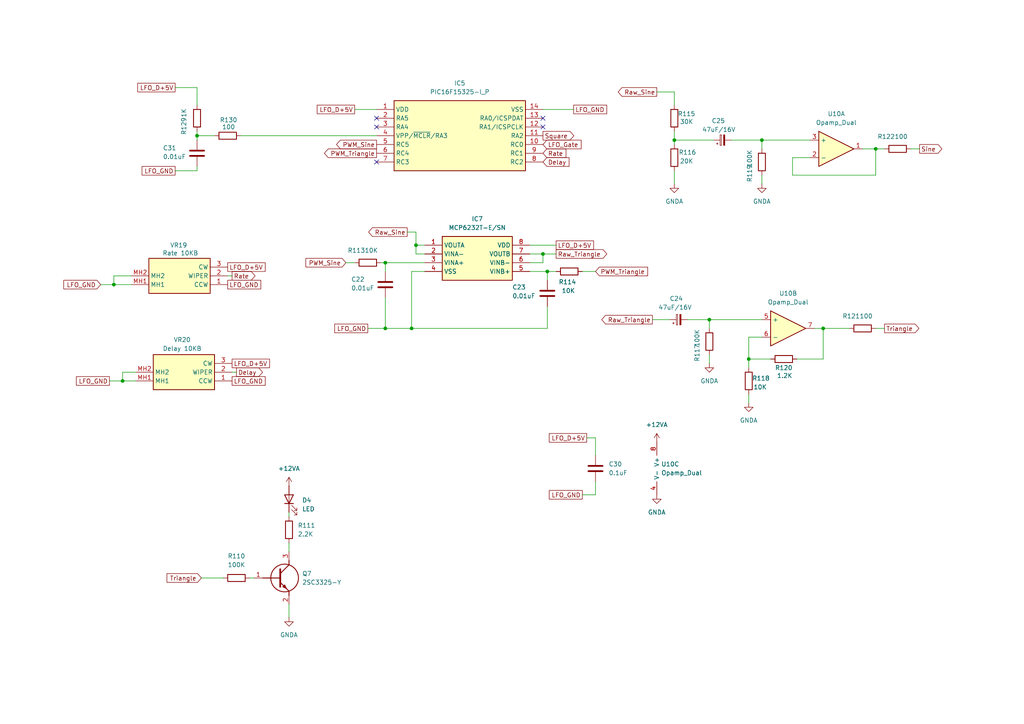
<source format=kicad_sch>
(kicad_sch (version 20250114) (generator "eeschema") (generator_version "9.0")
  (paper "A4")
  (lib_symbols
    (symbol "Device:C" (pin_numbers (hide yes)) (pin_names (offset 0.254))
      (property "Reference" "C" (at 0.635 2.54 0))
      (property "Value" "C" (at 0.635 -2.54 0))
      (symbol "C_0_1"
        (polyline (pts (xy -2.032 0.762) (xy 2.032 0.762)) (stroke (width 0.508)))
        (polyline (pts (xy -2.032 -0.762) (xy 2.032 -0.762)) (stroke (width 0.508)))
      )
      (symbol "C_1_1"
        (pin passive line (at 0 3.81 270) (length 2.794) (name "~") (number "1"))
        (pin passive line (at 0 -3.81 90) (length 2.794) (name "~") (number "2"))
      )
    )
    (symbol "Device:C_Polarized_Small" (pin_numbers (hide yes)) (pin_names (offset 0.254) (hide yes))
      (property "Reference" "C" (at 0.254 1.778 0))
      (property "Value" "C_Polarized_Small" (at 0.254 -2.032 0))
      (symbol "C_Polarized_Small_0_1"
        (rectangle (start -1.524 0.6858) (end 1.524 0.3048))
        (rectangle (start -1.524 -0.3048) (end 1.524 -0.6858) (fill (type outline)))
        (polyline (pts (xy -1.27 1.524) (xy -0.762 1.524)))
        (polyline (pts (xy -1.016 1.27) (xy -1.016 1.778)))
      )
      (symbol "C_Polarized_Small_1_1"
        (pin passive line (at 0 2.54 270) (length 1.8542) (name "~") (number "1"))
        (pin passive line (at 0 -2.54 90) (length 1.8542) (name "~") (number "2"))
      )
    )
    (symbol "Device:LED" (pin_numbers (hide yes)) (pin_names (offset 1.016) (hide yes))
      (property "Reference" "D" (at 0 2.54 0))
      (property "Value" "LED" (at 0 -2.54 0))
      (symbol "LED_0_1"
        (polyline (pts (xy -3.048 -0.762) (xy -4.572 -2.286) (xy -3.81 -2.286) (xy -4.572 -2.286) (xy -4.572 -1.524)))
        (polyline (pts (xy -1.778 -0.762) (xy -3.302 -2.286) (xy -2.54 -2.286) (xy -3.302 -2.286) (xy -3.302 -1.524)))
        (polyline (pts (xy -1.27 0) (xy 1.27 0)))
        (polyline (pts (xy -1.27 -1.27) (xy -1.27 1.27)) (stroke (width 0.254)))
        (polyline (pts (xy 1.27 -1.27) (xy 1.27 1.27) (xy -1.27 0) (xy 1.27 -1.27)) (stroke (width 0.254)))
      )
      (symbol "LED_1_1"
        (pin passive line (at -3.81 0 0) (length 2.54) (name "K") (number "1"))
        (pin passive line (at 3.81 0 180) (length 2.54) (name "A") (number "2"))
      )
    )
    (symbol "Device:R" (pin_numbers (hide yes)) (pin_names (offset 0))
      (property "Reference" "R" (at 2.032 0 90))
      (property "Value" "R" (at 0 0 90))
      (symbol "R_0_1"
        (rectangle (start -1.016 -2.54) (end 1.016 2.54) (stroke (width 0.254)))
      )
      (symbol "R_1_1"
        (pin passive line (at 0 3.81 270) (length 1.27) (name "~") (number "1"))
        (pin passive line (at 0 -3.81 90) (length 1.27) (name "~") (number "2"))
      )
    )
    (symbol "Opamp_Dual_1"
      (property "Reference" "U" (at 0 5.08 0))
      (property "Value" "Opamp_Dual" (at 0 -5.08 0))
      (symbol "Opamp_Dual_1_1_1"
        (polyline (pts (xy -5.08 5.08) (xy 5.08 0) (xy -5.08 -5.08) (xy -5.08 5.08)) (stroke (width 0.254)) (fill (type background)))
        (pin input line (at -7.62 2.54 0) (length 2.54) (name "+") (number "3"))
        (pin input line (at -7.62 -2.54 0) (length 2.54) (name "-") (number "2"))
        (pin output line (at 7.62 0 180) (length 2.54) (name "~") (number "1"))
      )
      (symbol "Opamp_Dual_1_2_1"
        (polyline (pts (xy -5.08 5.08) (xy 5.08 0) (xy -5.08 -5.08) (xy -5.08 5.08)) (stroke (width 0.254)) (fill (type background)))
        (pin input line (at -7.62 2.54 0) (length 2.54) (name "+") (number "5"))
        (pin input line (at -7.62 -2.54 0) (length 2.54) (name "-") (number "6"))
        (pin output line (at 7.62 0 180) (length 2.54) (name "~") (number "7"))
      )
      (symbol "Opamp_Dual_1_3_1"
        (pin power_in line (at -2.54 7.62 270) (length 3.81) (name "V+") (number "8"))
        (pin power_in line (at -2.54 -7.62 90) (length 3.81) (name "V-") (number "4"))
      )
    )
    (symbol "SamacSys_Parts:2SC3325-Y" (pin_names (hide yes))
      (property "Reference" "Q" (at 13.97 1.27 0))
      (property "Value" "2SC3325-Y" (at 13.97 -1.27 0))
      (symbol "2SC3325-Y_1_1"
        (polyline (pts (xy 2.54 0) (xy 7.62 0)) (stroke (width 0.254)))
        (polyline (pts (xy 7.62 2.54) (xy 7.62 -2.54)) (stroke (width 0.508)))
        (polyline (pts (xy 7.62 1.27) (xy 10.16 3.81)) (stroke (width 0.254)))
        (polyline (pts (xy 7.62 -1.27) (xy 10.16 -3.81)) (stroke (width 0.254)))
        (polyline (pts (xy 8.382 -2.54) (xy 8.89 -2.032) (xy 9.398 -3.048) (xy 8.382 -2.54)) (stroke (width 0.254)) (fill (type outline)))
        (circle (center 8.89 0) (radius 4.016) (stroke (width 0.254)))
        (polyline (pts (xy 10.16 3.81) (xy 10.16 5.08)) (stroke (width 0.254)))
        (polyline (pts (xy 10.16 -3.81) (xy 10.16 -5.08)) (stroke (width 0.254)))
        (pin passive line (at 0 0 0) (length 2.54) (name "B") (number "1"))
        (pin passive line (at 10.16 7.62 270) (length 2.54) (name "C") (number "3"))
        (pin passive line (at 10.16 -7.62 90) (length 2.54) (name "E") (number "2"))
      )
    )
    (symbol "SamacSys_Parts:MCP6232-E_P"
      (property "Reference" "IC" (at 26.67 7.62 0))
      (property "Value" "MCP6232-E_P" (at 26.67 5.08 0))
      (symbol "MCP6232-E_P_1_1"
        (rectangle (start 5.08 2.54) (end 25.4 -10.16) (stroke (width 0.254)) (fill (type background)))
        (pin passive line (at 0 0 0) (length 5.08) (name "VOUTA") (number "1"))
        (pin passive line (at 0 -2.54 0) (length 5.08) (name "VINA-") (number "2"))
        (pin passive line (at 0 -5.08 0) (length 5.08) (name "VINA+") (number "3"))
        (pin passive line (at 0 -7.62 0) (length 5.08) (name "VSS") (number "4"))
        (pin passive line (at 30.48 0 180) (length 5.08) (name "VDD") (number "8"))
        (pin passive line (at 30.48 -2.54 180) (length 5.08) (name "VOUTB") (number "7"))
        (pin passive line (at 30.48 -5.08 180) (length 5.08) (name "VINB-") (number "6"))
        (pin passive line (at 30.48 -7.62 180) (length 5.08) (name "VINB+") (number "5"))
      )
    )
    (symbol "SamacSys_Parts:PIC16F15325-I_P"
      (property "Reference" "IC" (at 44.45 7.62 0))
      (property "Value" "PIC16F15325-I_P" (at 44.45 5.08 0))
      (symbol "PIC16F15325-I_P_1_1"
        (rectangle (start 5.08 2.54) (end 43.18 -17.78) (stroke (width 0.254)) (fill (type background)))
        (pin passive line (at 0 0 0) (length 5.08) (name "VDD") (number "1"))
        (pin passive line (at 0 -2.54 0) (length 5.08) (name "RA5") (number "2"))
        (pin passive line (at 0 -5.08 0) (length 5.08) (name "RA4") (number "3"))
        (pin passive line (at 0 -7.62 0) (length 5.08) (name "VPP/~{MCLR}/RA3") (number "4"))
        (pin passive line (at 0 -10.16 0) (length 5.08) (name "RC5") (number "5"))
        (pin passive line (at 0 -12.7 0) (length 5.08) (name "RC4") (number "6"))
        (pin passive line (at 0 -15.24 0) (length 5.08) (name "RC3") (number "7"))
        (pin passive line (at 48.26 0 180) (length 5.08) (name "VSS") (number "14"))
        (pin passive line (at 48.26 -2.54 180) (length 5.08) (name "RA0/ICSPDAT") (number "13"))
        (pin passive line (at 48.26 -5.08 180) (length 5.08) (name "RA1/ICSPCLK") (number "12"))
        (pin passive line (at 48.26 -7.62 180) (length 5.08) (name "RA2") (number "11"))
        (pin passive line (at 48.26 -10.16 180) (length 5.08) (name "RC0") (number "10"))
        (pin passive line (at 48.26 -12.7 180) (length 5.08) (name "RC1") (number "9"))
        (pin passive line (at 48.26 -15.24 180) (length 5.08) (name "RC2") (number "8"))
      )
    )
    (symbol "SamacSys_Parts:RK09D117000B"
      (property "Reference" "VR" (at 24.13 7.62 0))
      (property "Value" "RK09D117000B" (at 24.13 5.08 0))
      (symbol "RK09D117000B_1_1"
        (rectangle (start 5.08 2.54) (end 22.86 -7.62) (stroke (width 0.254)) (fill (type background)))
        (pin passive line (at 0 0 0) (length 5.08) (name "CCW") (number "1"))
        (pin passive line (at 0 -2.54 0) (length 5.08) (name "WIPER") (number "2"))
        (pin passive line (at 0 -5.08 0) (length 5.08) (name "CW") (number "3"))
        (pin passive line (at 27.94 0 180) (length 5.08) (name "MH1") (number "MH1"))
        (pin passive line (at 27.94 -2.54 180) (length 5.08) (name "MH2") (number "MH2"))
      )
    )
    (symbol "power:+12VA" (power) (pin_numbers (hide yes)) (pin_names (offset 0) (hide yes))
      (property "Value" "+12VA" (at 0 3.556 0))
      (symbol "+12VA_0_1"
        (polyline (pts (xy -0.762 1.27) (xy 0 2.54)))
        (polyline (pts (xy 0 2.54) (xy 0.762 1.27)))
        (polyline (pts (xy 0 0) (xy 0 2.54)))
      )
      (symbol "+12VA_1_1"
        (pin power_in line (at 0 0 90) (length 0) (name "~") (number "1"))
      )
    )
    (symbol "power:GNDA" (power) (pin_numbers (hide yes)) (pin_names (offset 0) (hide yes))
      (property "Value" "GNDA" (at 0 -3.81 0))
      (symbol "GNDA_0_1"
        (polyline (pts (xy 0 0) (xy 0 -1.27) (xy 1.27 -1.27) (xy 0 -2.54) (xy -1.27 -1.27) (xy 0 -1.27)))
      )
      (symbol "GNDA_1_1"
        (pin power_in line (at 0 0 270) (length 0) (name "~") (number "1"))
      )
    )
  )
  (junction (at 119.38 95.25))
  (junction (at 220.98 40.64))
  (junction (at 33.02 82.55))
  (junction (at 120.65 71.12))
  (junction (at 195.58 40.64))
  (junction (at 254 43.18))
  (junction (at 217.17 104.14))
  (junction (at 57.15 39.37))
  (junction (at 111.76 76.2))
  (junction (at 111.76 95.25))
  (junction (at 238.76 95.25))
  (junction (at 205.74 92.71))
  (junction (at 157.48 73.66))
  (junction (at 35.56 110.49))
  (junction (at 158.75 78.74))
  (no_connect (at 109.22 46.99))
  (no_connect (at 109.22 34.29))
  (no_connect (at 157.48 36.83))
  (no_connect (at 109.22 36.83))
  (no_connect (at 157.48 34.29))
  (wire (pts (xy 50.8 49.53) (xy 57.15 49.53)))
  (wire (pts (xy 102.87 31.75) (xy 109.22 31.75)))
  (wire (pts (xy 67.31 80.01) (xy 66.04 80.01)))
  (wire (pts (xy 153.67 71.12) (xy 161.29 71.12)))
  (wire (pts (xy 57.15 39.37) (xy 57.15 40.64)))
  (wire (pts (xy 111.76 95.25) (xy 106.68 95.25)))
  (wire (pts (xy 205.74 92.71) (xy 220.98 92.71)))
  (wire (pts (xy 195.58 49.53) (xy 195.58 53.34)))
  (wire (pts (xy 50.8 25.4) (xy 57.15 25.4)))
  (wire (pts (xy 238.76 95.25) (xy 246.38 95.25)))
  (wire (pts (xy 250.19 43.18) (xy 254 43.18)))
  (wire (pts (xy 38.1 80.01) (xy 33.02 80.01)))
  (wire (pts (xy 220.98 40.64) (xy 220.98 43.18)))
  (wire (pts (xy 57.15 39.37) (xy 62.23 39.37)))
  (wire (pts (xy 172.72 127) (xy 172.72 132.08)))
  (wire (pts (xy 199.39 92.71) (xy 205.74 92.71)))
  (wire (pts (xy 220.98 40.64) (xy 234.95 40.64)))
  (wire (pts (xy 220.98 97.79) (xy 217.17 97.79)))
  (wire (pts (xy 205.74 92.71) (xy 205.74 95.25)))
  (wire (pts (xy 57.15 49.53) (xy 57.15 48.26)))
  (wire (pts (xy 157.48 73.66) (xy 157.48 76.2)))
  (wire (pts (xy 229.87 50.8) (xy 254 50.8)))
  (wire (pts (xy 234.95 45.72) (xy 229.87 45.72)))
  (wire (pts (xy 212.09 40.64) (xy 220.98 40.64)))
  (wire (pts (xy 111.76 76.2) (xy 123.19 76.2)))
  (wire (pts (xy 69.85 39.37) (xy 109.22 39.37)))
  (wire (pts (xy 83.82 179.07) (xy 83.82 175.26)))
  (wire (pts (xy 111.76 86.36) (xy 111.76 95.25)))
  (wire (pts (xy 83.82 148.59) (xy 83.82 149.86)))
  (wire (pts (xy 254 50.8) (xy 254 43.18)))
  (wire (pts (xy 195.58 26.67) (xy 195.58 30.48)))
  (wire (pts (xy 120.65 71.12) (xy 120.65 67.31)))
  (wire (pts (xy 217.17 97.79) (xy 217.17 104.14)))
  (wire (pts (xy 220.98 50.8) (xy 220.98 53.34)))
  (wire (pts (xy 190.5 26.67) (xy 195.58 26.67)))
  (wire (pts (xy 35.56 107.95) (xy 35.56 110.49)))
  (wire (pts (xy 217.17 104.14) (xy 217.17 106.68)))
  (wire (pts (xy 158.75 78.74) (xy 161.29 78.74)))
  (wire (pts (xy 264.16 43.18) (xy 266.7 43.18)))
  (wire (pts (xy 72.39 167.64) (xy 73.66 167.64)))
  (wire (pts (xy 38.1 82.55) (xy 33.02 82.55)))
  (wire (pts (xy 254 43.18) (xy 256.54 43.18)))
  (wire (pts (xy 110.49 76.2) (xy 111.76 76.2)))
  (wire (pts (xy 120.65 73.66) (xy 120.65 71.12)))
  (wire (pts (xy 111.76 76.2) (xy 111.76 78.74)))
  (wire (pts (xy 157.48 31.75) (xy 166.37 31.75)))
  (wire (pts (xy 83.82 157.48) (xy 83.82 160.02)))
  (wire (pts (xy 123.19 73.66) (xy 120.65 73.66)))
  (wire (pts (xy 195.58 40.64) (xy 195.58 41.91)))
  (wire (pts (xy 153.67 73.66) (xy 157.48 73.66)))
  (wire (pts (xy 33.02 80.01) (xy 33.02 82.55)))
  (wire (pts (xy 100.33 76.2) (xy 102.87 76.2)))
  (wire (pts (xy 170.18 127) (xy 172.72 127)))
  (wire (pts (xy 57.15 38.1) (xy 57.15 39.37)))
  (wire (pts (xy 57.15 25.4) (xy 57.15 30.48)))
  (wire (pts (xy 39.37 110.49) (xy 35.56 110.49)))
  (wire (pts (xy 39.37 107.95) (xy 35.56 107.95)))
  (wire (pts (xy 119.38 78.74) (xy 119.38 95.25)))
  (wire (pts (xy 153.67 78.74) (xy 158.75 78.74)))
  (wire (pts (xy 123.19 78.74) (xy 119.38 78.74)))
  (wire (pts (xy 254 95.25) (xy 256.54 95.25)))
  (wire (pts (xy 189.23 92.71) (xy 194.31 92.71)))
  (wire (pts (xy 195.58 40.64) (xy 207.01 40.64)))
  (wire (pts (xy 157.48 73.66) (xy 161.29 73.66)))
  (wire (pts (xy 158.75 95.25) (xy 119.38 95.25)))
  (wire (pts (xy 158.75 88.9) (xy 158.75 95.25)))
  (wire (pts (xy 58.42 167.64) (xy 64.77 167.64)))
  (wire (pts (xy 168.91 78.74) (xy 172.72 78.74)))
  (wire (pts (xy 172.72 139.7) (xy 172.72 143.51)))
  (wire (pts (xy 217.17 114.3) (xy 217.17 116.84)))
  (wire (pts (xy 205.74 102.87) (xy 205.74 105.41)))
  (wire (pts (xy 68.58 107.95) (xy 67.31 107.95)))
  (wire (pts (xy 120.65 71.12) (xy 123.19 71.12)))
  (wire (pts (xy 231.14 104.14) (xy 238.76 104.14)))
  (wire (pts (xy 120.65 67.31) (xy 118.11 67.31)))
  (wire (pts (xy 157.48 76.2) (xy 153.67 76.2)))
  (wire (pts (xy 238.76 104.14) (xy 238.76 95.25)))
  (wire (pts (xy 172.72 143.51) (xy 168.91 143.51)))
  (wire (pts (xy 229.87 45.72) (xy 229.87 50.8)))
  (wire (pts (xy 111.76 95.25) (xy 119.38 95.25)))
  (wire (pts (xy 158.75 78.74) (xy 158.75 81.28)))
  (wire (pts (xy 195.58 38.1) (xy 195.58 40.64)))
  (wire (pts (xy 29.21 82.55) (xy 33.02 82.55)))
  (wire (pts (xy 236.22 95.25) (xy 238.76 95.25)))
  (wire (pts (xy 31.75 110.49) (xy 35.56 110.49)))
  (wire (pts (xy 223.52 104.14) (xy 217.17 104.14)))
  (global_label "LFO_GND" (shape passive) (at 50.8 49.53 180) (property "Intersheetrefs" "${INTERSHEET_REFS}" (effects (hide yes))))
  (global_label "LFO_GND" (shape passive) (at 106.68 95.25 180) (property "Intersheetrefs" "${INTERSHEET_REFS}" (effects (hide yes))))
  (global_label "LFO_GND" (shape passive) (at 166.37 31.75 0) (property "Intersheetrefs" "${INTERSHEET_REFS}" (effects (hide yes))))
  (global_label "LFO_D+5V" (shape passive) (at 102.87 31.75 180) (property "Intersheetrefs" "${INTERSHEET_REFS}" (effects (hide yes))))
  (global_label "Square" (shape output) (at 157.48 39.37 0) (property "Intersheetrefs" "${INTERSHEET_REFS}" (effects (hide yes))))
  (global_label "LFO_D+5V" (shape passive) (at 50.8 25.4 180) (property "Intersheetrefs" "${INTERSHEET_REFS}" (effects (hide yes))))
  (global_label "LFO_GND" (shape passive) (at 66.04 82.55 0) (property "Intersheetrefs" "${INTERSHEET_REFS}" (effects (hide yes))))
  (global_label "LFO_GND" (shape passive) (at 67.31 110.49 0) (property "Intersheetrefs" "${INTERSHEET_REFS}" (effects (hide yes))))
  (global_label "PWM_Sine" (shape input) (at 100.33 76.2 180) (property "Intersheetrefs" "${INTERSHEET_REFS}" (effects (hide yes))))
  (global_label "Delay" (shape output) (at 68.58 107.95 0) (property "Intersheetrefs" "${INTERSHEET_REFS}" (effects (hide yes))))
  (global_label "Raw_Sine" (shape output) (at 118.11 67.31 180) (property "Intersheetrefs" "${INTERSHEET_REFS}" (effects (hide yes))))
  (global_label "Raw_Sine" (shape output) (at 190.5 26.67 180) (property "Intersheetrefs" "${INTERSHEET_REFS}" (effects (hide yes))))
  (global_label "LFO_GND" (shape passive) (at 168.91 143.51 180) (property "Intersheetrefs" "${INTERSHEET_REFS}" (effects (hide yes))))
  (global_label "Triangle" (shape input) (at 58.42 167.64 180) (property "Intersheetrefs" "${INTERSHEET_REFS}" (effects (hide yes))))
  (global_label "PWM_Triangle" (shape output) (at 109.22 44.45 180) (property "Intersheetrefs" "${INTERSHEET_REFS}" (effects (hide yes))))
  (global_label "LFO_GND" (shape input) (at 29.21 82.55 180) (property "Intersheetrefs" "${INTERSHEET_REFS}" (effects (hide yes))))
  (global_label "LFO_GND" (shape passive) (at 31.75 110.49 180) (property "Intersheetrefs" "${INTERSHEET_REFS}" (effects (hide yes))))
  (global_label "Raw_Triangle" (shape output) (at 161.29 73.66 0) (property "Intersheetrefs" "${INTERSHEET_REFS}" (effects (hide yes))))
  (global_label "Triangle" (shape output) (at 256.54 95.25 0) (property "Intersheetrefs" "${INTERSHEET_REFS}" (effects (hide yes))))
  (global_label "Rate" (shape input) (at 157.48 44.45 0) (property "Intersheetrefs" "${INTERSHEET_REFS}" (effects (hide yes))))
  (global_label "LFO_D+5V" (shape passive) (at 161.29 71.12 0) (property "Intersheetrefs" "${INTERSHEET_REFS}" (effects (hide yes))))
  (global_label "LFO_D+5V" (shape passive) (at 67.31 105.41 0) (property "Intersheetrefs" "${INTERSHEET_REFS}" (effects (hide yes))))
  (global_label "Raw_Triangle" (shape output) (at 189.23 92.71 180) (property "Intersheetrefs" "${INTERSHEET_REFS}" (effects (hide yes))))
  (global_label "LFO_Gate" (shape input) (at 157.48 41.91 0) (property "Intersheetrefs" "${INTERSHEET_REFS}" (effects (hide yes))))
  (global_label "PWM_Triangle" (shape input) (at 172.72 78.74 0) (property "Intersheetrefs" "${INTERSHEET_REFS}" (effects (hide yes))))
  (global_label "LFO_D+5V" (shape passive) (at 170.18 127 180) (property "Intersheetrefs" "${INTERSHEET_REFS}" (effects (hide yes))))
  (global_label "Rate" (shape output) (at 67.31 80.01 0) (property "Intersheetrefs" "${INTERSHEET_REFS}" (effects (hide yes))))
  (global_label "Sine" (shape output) (at 266.7 43.18 0) (property "Intersheetrefs" "${INTERSHEET_REFS}" (effects (hide yes))))
  (global_label "LFO_D+5V" (shape passive) (at 66.04 77.47 0) (property "Intersheetrefs" "${INTERSHEET_REFS}" (effects (hide yes))))
  (global_label "PWM_Sine" (shape output) (at 109.22 41.91 180) (property "Intersheetrefs" "${INTERSHEET_REFS}" (effects (hide yes))))
  (global_label "Delay" (shape input) (at 157.48 46.99 0) (property "Intersheetrefs" "${INTERSHEET_REFS}" (effects (hide yes))))
  (symbol (lib_name "Opamp_Dual_1") (lib_id "Device:Opamp_Dual") (at 193.04 135.89 0) (unit 3)
    (property "Reference" "U10" (at 191.77 134.6199 0) (effects (justify left)))
    (property "Value" "Opamp_Dual" (at 191.77 137.1599 0) (effects (justify left)))
    (property "Footprint" "Package_SO:SOIC-8_3.9x4.9mm_P1.27mm" (effects (hide yes)))
    (property "Description" "Dual operational amplifier" (effects (hide yes)))
    (property "Sim.Library" "${KICAD9_SYMBOL_DIR}/Simulation_SPICE.sp" (effects (hide yes)))
    (property "Sim.Name" "kicad_builtin_opamp_dual" (effects (hide yes)))
    (property "Sim.Device" "SUBCKT" (effects (hide yes)))
    (property "Sim.Pins" "1=out1 2=in1- 3=in1+ 4=vee 5=in2+ 6=in2- 7=out2 8=vcc" (effects (hide yes)))
  )
  (symbol (lib_id "Device:C") (at 172.72 135.89 0) (unit 1)
    (property "Reference" "C30" (at 176.53 134.6199 0) (effects (justify left)))
    (property "Value" "0.1uF" (at 176.53 137.1599 0) (effects (justify left)))
    (property "Footprint" "Capacitor_SMD:C_0805_2012Metric_Pad1.18x1.45mm_HandSolder" (effects (hide yes)))
    (property "Description" "Unpolarized capacitor" (effects (hide yes)))
  )
  (symbol (lib_id "power:+12VA") (at 190.5 128.27 0) (unit 1)
    (property "Reference" "#PWR0144" (effects (hide yes)))
    (property "Value" "+12VA" (at 190.5 123.19 0))
    (property "Description" "Power symbol creates a global label with name \"+12VA\"" (effects (hide yes)))
  )
  (symbol (lib_id "Device:R") (at 57.15 34.29 0) (unit 1)
    (property "Reference" "R129" (at 53.34 36.576 90))
    (property "Value" "1K" (at 53.34 32.766 90))
    (property "Footprint" "Resistor_THT:R_Axial_DIN0204_L3.6mm_D1.6mm_P2.54mm_Vertical" (effects (hide yes)))
    (property "Description" "Resistor" (effects (hide yes)))
  )
  (symbol (lib_id "Device:R") (at 227.33 104.14 90) (unit 1)
    (property "Reference" "R120" (at 227.33 106.68 90))
    (property "Value" "1.2K" (at 227.584 108.966 90))
    (property "Footprint" "Resistor_THT:R_Axial_DIN0204_L3.6mm_D1.6mm_P2.54mm_Vertical" (effects (hide yes)))
    (property "Description" "Resistor" (effects (hide yes)))
  )
  (symbol (lib_name "Opamp_Dual_1") (lib_id "Device:Opamp_Dual") (at 242.57 43.18 0) (unit 1)
    (property "Reference" "U10" (at 242.57 33.02 0))
    (property "Value" "Opamp_Dual" (at 242.57 35.56 0))
    (property "Footprint" "Package_SO:SOIC-8_3.9x4.9mm_P1.27mm" (effects (hide yes)))
    (property "Description" "Dual operational amplifier" (effects (hide yes)))
    (property "Sim.Library" "${KICAD9_SYMBOL_DIR}/Simulation_SPICE.sp" (effects (hide yes)))
    (property "Sim.Name" "kicad_builtin_opamp_dual" (effects (hide yes)))
    (property "Sim.Device" "SUBCKT" (effects (hide yes)))
    (property "Sim.Pins" "1=out1 2=in1- 3=in1+ 4=vee 5=in2+ 6=in2- 7=out2 8=vcc" (effects (hide yes)))
  )
  (symbol (lib_id "Device:R") (at 260.35 43.18 90) (unit 1)
    (property "Reference" "R122" (at 257.048 39.624 90))
    (property "Value" "100" (at 261.366 39.624 90))
    (property "Footprint" "Resistor_THT:R_Axial_DIN0204_L3.6mm_D1.6mm_P2.54mm_Vertical" (effects (hide yes)))
    (property "Description" "Resistor" (effects (hide yes)))
  )
  (symbol (lib_id "Device:R") (at 68.58 167.64 90) (unit 1)
    (property "Reference" "R110" (at 68.58 161.29 90))
    (property "Value" "100K" (at 68.58 163.83 90))
    (property "Footprint" "Resistor_THT:R_Axial_DIN0207_L6.3mm_D2.5mm_P2.54mm_Vertical" (effects (hide yes)))
    (property "Description" "Resistor" (effects (hide yes)))
  )
  (symbol (lib_id "SamacSys_Parts:RK09D117000B") (at 66.04 82.55 180) (unit 1)
    (property "Reference" "VR19" (at 51.816 71.12 0))
    (property "Value" "Rate 10KB" (at 52.324 73.406 0))
    (property "Footprint" "SamacSys_parts:RK09D117000B" (effects (hide yes)))
    (property "Datasheet" "https://tech.alpsalpine.com/prod/j/html/potentiometer/rotarypotentiometers/rk09k/rk09d117000b.html" (effects (hide yes)))
    (property "Description" "9-inch insulated shaft snap-in type RK09K/RK09D series" (effects (hide yes)))
    (property "Height" "30" (effects (hide yes)))
    (property "Manufacturer_Name" "ALPS Electric" (effects (hide yes)))
    (property "Manufacturer_Part_Number" "RK09D117000B" (effects (hide yes)))
    (property "Mouser Part Number" "688-RK09D117000B" (effects (hide yes)))
    (property "Mouser Price/Stock" "https://www.mouser.co.uk/ProductDetail/Alps-Alpine/RK09D117000B?qs=3cOf6TWd2rbc67829PEbEQ%3D%3D" (effects (hide yes)))
  )
  (symbol (lib_id "Device:R") (at 250.19 95.25 90) (unit 1)
    (property "Reference" "R121" (at 246.888 91.694 90))
    (property "Value" "100" (at 251.206 91.694 90))
    (property "Footprint" "Resistor_THT:R_Axial_DIN0204_L3.6mm_D1.6mm_P2.54mm_Vertical" (effects (hide yes)))
    (property "Description" "Resistor" (effects (hide yes)))
  )
  (symbol (lib_id "Device:R") (at 165.1 78.74 90) (unit 1)
    (property "Reference" "R114" (at 164.592 81.788 90))
    (property "Value" "10K" (at 164.846 84.328 90))
    (property "Footprint" "Resistor_THT:R_Axial_DIN0204_L3.6mm_D1.6mm_P2.54mm_Vertical" (effects (hide yes)))
    (property "Description" "Resistor" (effects (hide yes)))
  )
  (symbol (lib_id "SamacSys_Parts:RK09D117000B") (at 67.31 110.49 180) (unit 1)
    (property "Reference" "VR20" (at 52.832 98.552 0))
    (property "Value" "Delay 10KB" (at 52.832 101.092 0))
    (property "Footprint" "SamacSys_parts:RK09D117000B" (effects (hide yes)))
    (property "Datasheet" "https://tech.alpsalpine.com/prod/j/html/potentiometer/rotarypotentiometers/rk09k/rk09d117000b.html" (effects (hide yes)))
    (property "Description" "9-inch insulated shaft snap-in type RK09K/RK09D series" (effects (hide yes)))
    (property "Height" "30" (effects (hide yes)))
    (property "Manufacturer_Name" "ALPS Electric" (effects (hide yes)))
    (property "Manufacturer_Part_Number" "RK09D117000B" (effects (hide yes)))
    (property "Mouser Part Number" "688-RK09D117000B" (effects (hide yes)))
    (property "Mouser Price/Stock" "https://www.mouser.co.uk/ProductDetail/Alps-Alpine/RK09D117000B?qs=3cOf6TWd2rbc67829PEbEQ%3D%3D" (effects (hide yes)))
  )
  (symbol (lib_id "Device:R") (at 66.04 39.37 270) (unit 1)
    (property "Reference" "R130" (at 66.294 34.798 90))
    (property "Value" "100" (at 66.294 36.83 90))
    (property "Footprint" "Resistor_THT:R_Axial_DIN0204_L3.6mm_D1.6mm_P2.54mm_Vertical" (effects (hide yes)))
    (property "Description" "Resistor" (effects (hide yes)))
  )
  (symbol (lib_id "Device:C") (at 57.15 44.45 0) (unit 1)
    (property "Reference" "C31" (at 47.244 42.926 0) (effects (justify left)))
    (property "Value" "0.01uF" (at 47.244 45.466 0) (effects (justify left)))
    (property "Footprint" "Capacitor_THT:C_Disc_D3.4mm_W2.1mm_P2.50mm" (effects (hide yes)))
    (property "Description" "Unpolarized capacitor" (effects (hide yes)))
  )
  (symbol (lib_id "power:+12VA") (at 83.82 140.97 0) (unit 1)
    (property "Reference" "#PWR0142" (effects (hide yes)))
    (property "Value" "+12VA" (at 83.82 135.89 0))
    (property "Description" "Power symbol creates a global label with name \"+12VA\"" (effects (hide yes)))
  )
  (symbol (lib_id "SamacSys_Parts:2SC3325-Y") (at 73.66 167.64 0) (unit 1)
    (property "Reference" "Q7" (at 87.63 166.3699 0) (effects (justify left)))
    (property "Value" "2SC3325-Y" (at 87.63 168.9099 0) (effects (justify left)))
    (property "Footprint" "SamacSys_parts:2SC3325YLF" (effects (hide yes)))
    (property "Datasheet" "https://toshiba.semicon-storage.com/info/docget.jsp?did=19247&prodName=2SC3325" (effects (hide yes)))
    (property "Description" "Transistor for low frequency small-signal amplification" (effects (hide yes)))
    (property "Height" "1" (effects (hide yes)))
    (property "Manufacturer_Name" "Toshiba" (effects (hide yes)))
    (property "Manufacturer_Part_Number" "2SC3325-Y" (effects (hide yes)))
  )
  (symbol (lib_id "power:GNDA") (at 220.98 53.34 0) (unit 1)
    (property "Reference" "#PWR0157" (effects (hide yes)))
    (property "Value" "GNDA" (at 220.98 58.42 0))
    (property "Description" "Power symbol creates a global label with name \"GNDA\" , analog ground" (effects (hide yes)))
  )
  (symbol (lib_id "Device:R") (at 83.82 153.67 180) (unit 1)
    (property "Reference" "R111" (at 86.36 152.3999 0) (effects (justify right)))
    (property "Value" "2.2K" (at 86.36 154.9399 0) (effects (justify right)))
    (property "Footprint" "Resistor_THT:R_Axial_DIN0204_L3.6mm_D1.6mm_P2.54mm_Vertical" (effects (hide yes)))
    (property "Description" "Resistor" (effects (hide yes)))
  )
  (symbol (lib_name "Opamp_Dual_1") (lib_id "Device:Opamp_Dual") (at 228.6 95.25 0) (unit 2)
    (property "Reference" "U10" (at 228.6 85.09 0))
    (property "Value" "Opamp_Dual" (at 228.6 87.63 0))
    (property "Footprint" "Package_SO:SOIC-8_3.9x4.9mm_P1.27mm" (effects (hide yes)))
    (property "Description" "Dual operational amplifier" (effects (hide yes)))
    (property "Sim.Library" "${KICAD9_SYMBOL_DIR}/Simulation_SPICE.sp" (effects (hide yes)))
    (property "Sim.Name" "kicad_builtin_opamp_dual" (effects (hide yes)))
    (property "Sim.Device" "SUBCKT" (effects (hide yes)))
    (property "Sim.Pins" "1=out1 2=in1- 3=in1+ 4=vee 5=in2+ 6=in2- 7=out2 8=vcc" (effects (hide yes)))
  )
  (symbol (lib_id "Device:R") (at 205.74 99.06 180) (unit 1)
    (property "Reference" "R117" (at 202.184 102.362 90))
    (property "Value" "100K" (at 202.184 98.044 90))
    (property "Footprint" "Resistor_THT:R_Axial_DIN0204_L3.6mm_D1.6mm_P2.54mm_Vertical" (effects (hide yes)))
    (property "Description" "Resistor" (effects (hide yes)))
  )
  (symbol (lib_id "Device:LED") (at 83.82 144.78 90) (unit 1)
    (property "Reference" "D4" (at 87.63 145.0974 90) (effects (justify right)))
    (property "Value" "LED" (at 87.63 147.6374 90) (effects (justify right)))
    (property "Footprint" "LED_THT:LED_D5.0mm" (effects (hide yes)))
    (property "Description" "Light emitting diode" (effects (hide yes)))
    (property "Sim.Pins" "1=K 2=A" (effects (hide yes)))
  )
  (symbol (lib_id "Device:C_Polarized_Small") (at 196.85 92.71 90) (unit 1)
    (property "Reference" "C24" (at 198.12 86.614 90) (effects (justify left)))
    (property "Value" "47uF/16V" (at 200.66 89.154 90) (effects (justify left)))
    (property "Footprint" "Capacitor_THT:CP_Radial_D5.0mm_P2.50mm" (effects (hide yes)))
    (property "Description" "Polarized capacitor, small symbol" (effects (hide yes)))
  )
  (symbol (lib_id "power:GNDA") (at 190.5 143.51 0) (unit 1)
    (property "Reference" "#PWR0145" (effects (hide yes)))
    (property "Value" "GNDA" (at 190.5 148.59 0))
    (property "Description" "Power symbol creates a global label with name \"GNDA\" , analog ground" (effects (hide yes)))
  )
  (symbol (lib_id "Device:R") (at 106.68 76.2 90) (unit 1)
    (property "Reference" "R113" (at 103.378 72.644 90))
    (property "Value" "10K" (at 107.696 72.644 90))
    (property "Footprint" "Resistor_THT:R_Axial_DIN0204_L3.6mm_D1.6mm_P2.54mm_Vertical" (effects (hide yes)))
    (property "Description" "Resistor" (effects (hide yes)))
  )
  (symbol (lib_id "power:GNDA") (at 195.58 53.34 0) (unit 1)
    (property "Reference" "#PWR0154" (effects (hide yes)))
    (property "Value" "GNDA" (at 195.58 58.42 0))
    (property "Description" "Power symbol creates a global label with name \"GNDA\" , analog ground" (effects (hide yes)))
  )
  (symbol (lib_id "Device:R") (at 195.58 34.29 0) (unit 1)
    (property "Reference" "R115" (at 199.136 33.02 0))
    (property "Value" "30K" (at 199.136 35.306 0))
    (property "Footprint" "Resistor_THT:R_Axial_DIN0204_L3.6mm_D1.6mm_P2.54mm_Vertical" (effects (hide yes)))
    (property "Description" "Resistor" (effects (hide yes)))
  )
  (symbol (lib_id "Device:R") (at 217.17 110.49 180) (unit 1)
    (property "Reference" "R118" (at 220.726 109.728 0))
    (property "Value" "10K" (at 220.472 112.268 0))
    (property "Footprint" "Resistor_THT:R_Axial_DIN0204_L3.6mm_D1.6mm_P2.54mm_Vertical" (effects (hide yes)))
    (property "Description" "Resistor" (effects (hide yes)))
  )
  (symbol (lib_id "Device:C") (at 111.76 82.55 0) (unit 1)
    (property "Reference" "C22" (at 101.854 81.026 0) (effects (justify left)))
    (property "Value" "0.01uF" (at 101.854 83.566 0) (effects (justify left)))
    (property "Footprint" "Capacitor_THT:C_Disc_D3.4mm_W2.1mm_P2.50mm" (effects (hide yes)))
    (property "Description" "Unpolarized capacitor" (effects (hide yes)))
  )
  (symbol (lib_id "SamacSys_Parts:PIC16F15325-I_P") (at 109.22 31.75 0) (unit 1)
    (property "Reference" "IC5" (at 133.35 24.13 0))
    (property "Value" "PIC16F15325-I_P" (at 133.35 26.67 0))
    (property "Footprint" "Package_DIP:DIP-14_W7.62mm_LongPads" (effects (hide yes)))
    (property "Datasheet" "http://ww1.microchip.com/downloads/en/DeviceDoc/PIC16-L-F15325-45-Data-Sheet-40001865D.pdf" (effects (hide yes)))
    (property "Description" "Microchip Technology PIC16F15325-I/P, 8bit 8 bit CPU Microcontroller, 32MHz, 14 kB Flash, 20-Pin PDIP" (effects (hide yes)))
    (property "Height" "5.334" (effects (hide yes)))
    (property "Manufacturer_Name" "Microchip" (effects (hide yes)))
    (property "Manufacturer_Part_Number" "PIC16F15325-I/P" (effects (hide yes)))
    (property "Mouser Part Number" "579-PIC16F15325-I/P" (effects (hide yes)))
    (property "Mouser Price/Stock" "https://www.mouser.co.uk/ProductDetail/Microchip-Technology/PIC16F15325-I-P?qs=IP4CA2YhK0DC%2Fn%252BBka0%252BeQ%3D%3D" (effects (hide yes)))
    (property "Arrow Part Number" "PIC16F15325-I/P" (effects (hide yes)))
    (property "Arrow Price/Stock" "https://www.arrow.com/en/products/pic16f15325-ip/microchip-technology?region=nac" (effects (hide yes)))
  )
  (symbol (lib_id "SamacSys_Parts:MCP6232-E_P") (at 123.19 71.12 0) (unit 1)
    (property "Reference" "IC7" (at 138.43 63.5 0))
    (property "Value" "MCP6232T-E/SN" (at 138.43 66.04 0))
    (property "Footprint" "Package_SO:SOIC-8_3.9x4.9mm_P1.27mm" (effects (hide yes)))
    (property "Datasheet" "https://datasheet.datasheetarchive.com/originals/dk/DKDS41/DSANUWW0026474.pdf" (effects (hide yes)))
    (property "Description" "Microchip MCP6232-E/P, Dual Op Amp, 0.3MHz CMOS, Rail to Rail, 3 V, 5 V, 8-Pin PDIP" (effects (hide yes)))
    (property "Height" "5.334" (effects (hide yes)))
    (property "Manufacturer_Name" "Microchip" (effects (hide yes)))
    (property "Manufacturer_Part_Number" "MCP6232-E/P" (effects (hide yes)))
    (property "Mouser Part Number" "579-MCP6232-E/P" (effects (hide yes)))
    (property "Mouser Price/Stock" "https://www.mouser.co.uk/ProductDetail/Microchip-Technology-Atmel/MCP6232-E-P?qs=YUl711QUJY1BDhCAUqTrLQ%3D%3D" (effects (hide yes)))
    (property "Arrow Part Number" "MCP6232-E/P" (effects (hide yes)))
    (property "Arrow Price/Stock" "https://www.arrow.com/en/products/mcp6232-ep/microchip-technology?region=nac" (effects (hide yes)))
  )
  (symbol (lib_id "Device:R") (at 220.98 46.99 180) (unit 1)
    (property "Reference" "R119" (at 217.424 50.292 90))
    (property "Value" "100K" (at 217.424 45.974 90))
    (property "Footprint" "Resistor_THT:R_Axial_DIN0204_L3.6mm_D1.6mm_P2.54mm_Vertical" (effects (hide yes)))
    (property "Description" "Resistor" (effects (hide yes)))
  )
  (symbol (lib_id "Device:C") (at 158.75 85.09 0) (unit 1)
    (property "Reference" "C23" (at 148.59 83.312 0) (effects (justify left)))
    (property "Value" "0.01uF" (at 148.59 85.852 0) (effects (justify left)))
    (property "Footprint" "Capacitor_THT:C_Disc_D3.4mm_W2.1mm_P2.50mm" (effects (hide yes)))
    (property "Description" "Unpolarized capacitor" (effects (hide yes)))
  )
  (symbol (lib_id "Device:R") (at 195.58 45.72 0) (unit 1)
    (property "Reference" "R116" (at 199.39 44.196 0))
    (property "Value" "20K" (at 199.136 46.736 0))
    (property "Footprint" "Resistor_THT:R_Axial_DIN0204_L3.6mm_D1.6mm_P2.54mm_Vertical" (effects (hide yes)))
    (property "Description" "Resistor" (effects (hide yes)))
  )
  (symbol (lib_id "power:GNDA") (at 83.82 179.07 0) (unit 1)
    (property "Reference" "#PWR0143" (effects (hide yes)))
    (property "Value" "GNDA" (at 83.82 184.15 0))
    (property "Description" "Power symbol creates a global label with name \"GNDA\" , analog ground" (effects (hide yes)))
  )
  (symbol (lib_id "Device:C_Polarized_Small") (at 209.55 40.64 90) (unit 1)
    (property "Reference" "C25" (at 210.312 35.052 90) (effects (justify left)))
    (property "Value" "47uF/16V" (at 213.36 37.592 90) (effects (justify left)))
    (property "Footprint" "Capacitor_THT:CP_Radial_D5.0mm_P2.50mm" (effects (hide yes)))
    (property "Description" "Polarized capacitor, small symbol" (effects (hide yes)))
  )
  (symbol (lib_id "power:GNDA") (at 205.74 105.41 0) (unit 1)
    (property "Reference" "#PWR0155" (effects (hide yes)))
    (property "Value" "GNDA" (at 205.74 110.49 0))
    (property "Description" "Power symbol creates a global label with name \"GNDA\" , analog ground" (effects (hide yes)))
  )
  (symbol (lib_id "power:GNDA") (at 217.17 116.84 0) (unit 1)
    (property "Reference" "#PWR0156" (effects (hide yes)))
    (property "Value" "GNDA" (at 217.17 121.92 0))
    (property "Description" "Power symbol creates a global label with name \"GNDA\" , analog ground" (effects (hide yes)))
  )
)
</source>
